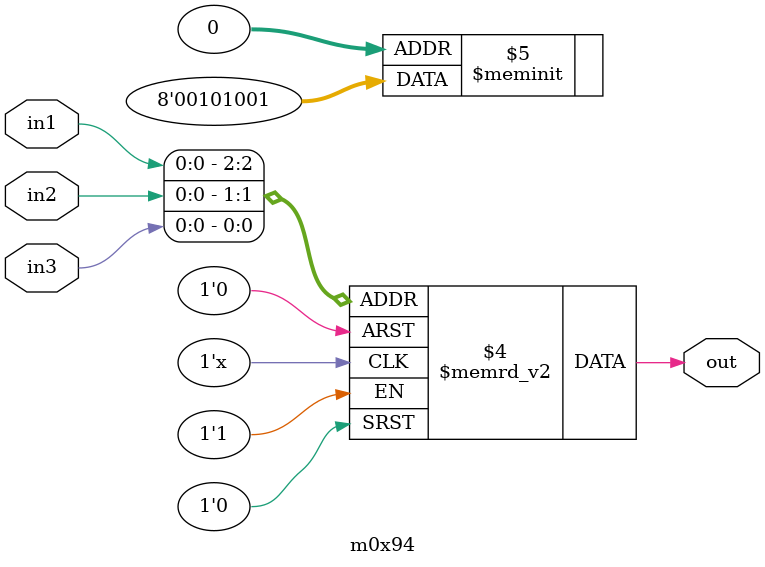
<source format=v>
module m0x94(output out, input in1, in2, in3);

   always @(in1, in2, in3)
     begin
        case({in1, in2, in3})
          3'b000: {out} = 1'b1;
          3'b001: {out} = 1'b0;
          3'b010: {out} = 1'b0;
          3'b011: {out} = 1'b1;
          3'b100: {out} = 1'b0;
          3'b101: {out} = 1'b1;
          3'b110: {out} = 1'b0;
          3'b111: {out} = 1'b0;
        endcase // case ({in1, in2, in3})
     end // always @ (in1, in2, in3)

endmodule // m0x94
</source>
